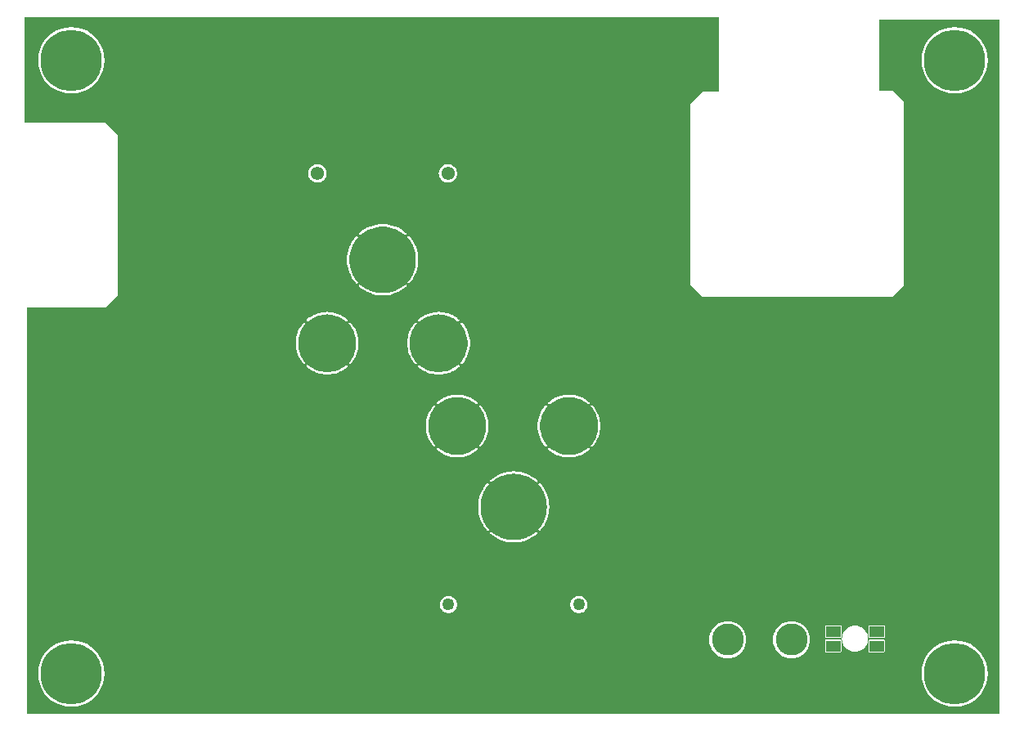
<source format=gtl>
G04 start of page 2 for group 0 idx 0 *
G04 Title: (unknown), 1top *
G04 Creator: pcb 20110918 *
G04 CreationDate: Thu May 15 21:16:40 2014 UTC *
G04 For: fosse *
G04 Format: Gerber/RS-274X *
G04 PCB-Dimensions: 550000 450000 *
G04 PCB-Coordinate-Origin: lower left *
%MOIN*%
%FSLAX25Y25*%
%LNTOP*%
%ADD25C,0.1150*%
%ADD24C,0.0945*%
%ADD23C,0.0354*%
%ADD22C,0.1090*%
%ADD21C,0.2100*%
%ADD20C,0.1160*%
%ADD19R,0.0433X0.0433*%
%ADD18R,0.0433X0.0433*%
%ADD17C,0.1300*%
%ADD16C,0.0494*%
%ADD15C,0.0544*%
%ADD14C,0.2500*%
%ADD13C,0.2350*%
%ADD12C,0.2700*%
%ADD11C,0.0001*%
G54D11*G36*
X252201Y211801D02*X252559Y210958D01*
X252929Y209811D01*
X253196Y208637D01*
X253356Y207443D01*
X253410Y206240D01*
X253356Y205037D01*
X253196Y203843D01*
X252929Y202669D01*
X252559Y201522D01*
X252201Y200679D01*
Y211801D01*
G37*
G36*
X273205Y243852D02*X273440Y243290D01*
X273753Y242305D01*
X273979Y241297D01*
X274115Y240272D01*
X274160Y239240D01*
X274115Y238208D01*
X273979Y237183D01*
X273753Y236175D01*
X273440Y235190D01*
X273205Y234628D01*
Y243852D01*
G37*
G36*
X419588Y405000D02*X438000D01*
Y122000D01*
X419588D01*
Y124798D01*
X419609Y124796D01*
X421727Y124963D01*
X423794Y125459D01*
X425757Y126272D01*
X427569Y127383D01*
X429184Y128763D01*
X430564Y130378D01*
X431675Y132190D01*
X432488Y134153D01*
X432984Y136220D01*
X433109Y138338D01*
X432984Y140456D01*
X432488Y142523D01*
X431675Y144486D01*
X430564Y146298D01*
X429184Y147913D01*
X427569Y149293D01*
X425757Y150404D01*
X423794Y151217D01*
X421727Y151713D01*
X419609Y151880D01*
X419588Y151878D01*
Y374798D01*
X419609Y374796D01*
X421727Y374963D01*
X423794Y375459D01*
X425757Y376272D01*
X427569Y377383D01*
X429184Y378763D01*
X430564Y380378D01*
X431675Y382190D01*
X432488Y384153D01*
X432984Y386220D01*
X433109Y388338D01*
X432984Y390456D01*
X432488Y392523D01*
X431675Y394486D01*
X430564Y396298D01*
X429184Y397913D01*
X427569Y399293D01*
X425757Y400404D01*
X423794Y401217D01*
X421727Y401713D01*
X419609Y401880D01*
X419588Y401878D01*
Y405000D01*
G37*
G36*
X387858Y292000D02*X394500D01*
X399000Y296500D01*
Y371500D01*
X394500Y376000D01*
X389000D01*
Y405000D01*
X419588D01*
Y401878D01*
X417491Y401713D01*
X415424Y401217D01*
X413461Y400404D01*
X411649Y399293D01*
X410034Y397913D01*
X408654Y396298D01*
X407543Y394486D01*
X406730Y392523D01*
X406234Y390456D01*
X406067Y388338D01*
X406234Y386220D01*
X406730Y384153D01*
X407543Y382190D01*
X408654Y380378D01*
X410034Y378763D01*
X411649Y377383D01*
X413461Y376272D01*
X415424Y375459D01*
X417491Y374963D01*
X419588Y374798D01*
Y151878D01*
X417491Y151713D01*
X415424Y151217D01*
X413461Y150404D01*
X411649Y149293D01*
X410034Y147913D01*
X408654Y146298D01*
X407543Y144486D01*
X406730Y142523D01*
X406234Y140456D01*
X406067Y138338D01*
X406234Y136220D01*
X406730Y134153D01*
X407543Y132190D01*
X408654Y130378D01*
X410034Y128763D01*
X411649Y127383D01*
X413461Y126272D01*
X415424Y125459D01*
X417491Y124963D01*
X419588Y124798D01*
Y122000D01*
X387858D01*
Y146990D01*
X390873Y146992D01*
X390933Y147006D01*
X390990Y147030D01*
X391043Y147062D01*
X391090Y147103D01*
X391131Y147150D01*
X391163Y147203D01*
X391187Y147260D01*
X391201Y147320D01*
X391205Y147382D01*
X391201Y151774D01*
X391187Y151834D01*
X391163Y151891D01*
X391131Y151944D01*
X391090Y151991D01*
X391043Y152032D01*
X390990Y152064D01*
X390933Y152088D01*
X390873Y152102D01*
X390811Y152106D01*
X387858Y152104D01*
Y152894D01*
X390873Y152896D01*
X390934Y152911D01*
X390991Y152934D01*
X391044Y152967D01*
X391091Y153007D01*
X391131Y153054D01*
X391164Y153107D01*
X391187Y153164D01*
X391202Y153225D01*
X391205Y153287D01*
X391202Y157679D01*
X391187Y157740D01*
X391164Y157797D01*
X391131Y157850D01*
X391091Y157897D01*
X391044Y157937D01*
X390991Y157970D01*
X390934Y157993D01*
X390873Y158008D01*
X390811Y158012D01*
X387858Y158010D01*
Y292000D01*
G37*
G36*
X378992D02*X387858D01*
Y158010D01*
X384845Y158008D01*
X384784Y157993D01*
X384727Y157970D01*
X384674Y157937D01*
X384627Y157897D01*
X384587Y157850D01*
X384554Y157797D01*
X384531Y157740D01*
X384516Y157679D01*
X384512Y157618D01*
X384516Y153225D01*
X384531Y153164D01*
X384554Y153107D01*
X384587Y153054D01*
X384627Y153007D01*
X384674Y152967D01*
X384727Y152934D01*
X384784Y152911D01*
X384845Y152896D01*
X384906Y152893D01*
X387858Y152894D01*
Y152104D01*
X384844Y152102D01*
X384784Y152088D01*
X384727Y152064D01*
X384674Y152032D01*
X384627Y151991D01*
X384586Y151944D01*
X384554Y151891D01*
X384530Y151834D01*
X384516Y151774D01*
X384512Y151712D01*
X384516Y147320D01*
X384530Y147260D01*
X384554Y147203D01*
X384586Y147150D01*
X384627Y147103D01*
X384674Y147062D01*
X384727Y147030D01*
X384784Y147006D01*
X384844Y146992D01*
X384906Y146988D01*
X387858Y146990D01*
Y122000D01*
X378992D01*
Y147172D01*
X379000Y147172D01*
X379834Y147237D01*
X380647Y147432D01*
X381419Y147752D01*
X382132Y148189D01*
X382768Y148732D01*
X383311Y149368D01*
X383748Y150081D01*
X384068Y150853D01*
X384263Y151666D01*
X384312Y152500D01*
X384263Y153334D01*
X384068Y154147D01*
X383748Y154919D01*
X383311Y155632D01*
X382768Y156268D01*
X382132Y156811D01*
X381419Y157248D01*
X380647Y157568D01*
X379834Y157763D01*
X379000Y157828D01*
X378992Y157828D01*
Y292000D01*
G37*
G36*
X370142D02*X378992D01*
Y157828D01*
X378166Y157763D01*
X377353Y157568D01*
X376581Y157248D01*
X375868Y156811D01*
X375232Y156268D01*
X374689Y155632D01*
X374252Y154919D01*
X373932Y154147D01*
X373737Y153334D01*
X373672Y152500D01*
X373737Y151666D01*
X373932Y150853D01*
X374252Y150081D01*
X374689Y149368D01*
X375232Y148732D01*
X375868Y148189D01*
X376581Y147752D01*
X377353Y147432D01*
X378166Y147237D01*
X378992Y147172D01*
Y122000D01*
X370142D01*
Y146990D01*
X373157Y146992D01*
X373217Y147006D01*
X373274Y147030D01*
X373327Y147062D01*
X373374Y147103D01*
X373415Y147150D01*
X373447Y147203D01*
X373471Y147260D01*
X373485Y147320D01*
X373489Y147382D01*
X373485Y151774D01*
X373471Y151834D01*
X373447Y151891D01*
X373415Y151944D01*
X373374Y151991D01*
X373327Y152032D01*
X373274Y152064D01*
X373217Y152088D01*
X373157Y152102D01*
X373095Y152106D01*
X370142Y152104D01*
Y152894D01*
X373157Y152896D01*
X373218Y152911D01*
X373275Y152934D01*
X373328Y152967D01*
X373375Y153007D01*
X373415Y153054D01*
X373448Y153107D01*
X373471Y153164D01*
X373486Y153225D01*
X373490Y153286D01*
X373486Y157679D01*
X373471Y157740D01*
X373448Y157797D01*
X373415Y157850D01*
X373375Y157897D01*
X373328Y157937D01*
X373275Y157970D01*
X373218Y157993D01*
X373157Y158008D01*
X373096Y158012D01*
X370142Y158010D01*
Y292000D01*
G37*
G36*
X353098D02*X370142D01*
Y158010D01*
X367127Y158008D01*
X367066Y157993D01*
X367009Y157970D01*
X366956Y157937D01*
X366909Y157897D01*
X366869Y157850D01*
X366836Y157797D01*
X366813Y157740D01*
X366798Y157679D01*
X366794Y157618D01*
X366798Y153225D01*
X366813Y153164D01*
X366836Y153107D01*
X366869Y153054D01*
X366909Y153007D01*
X366956Y152967D01*
X367009Y152934D01*
X367066Y152911D01*
X367127Y152896D01*
X367188Y152892D01*
X370142Y152894D01*
Y152104D01*
X367127Y152102D01*
X367067Y152088D01*
X367010Y152064D01*
X366957Y152032D01*
X366910Y151991D01*
X366869Y151944D01*
X366837Y151891D01*
X366813Y151834D01*
X366799Y151774D01*
X366795Y151712D01*
X366799Y147320D01*
X366813Y147260D01*
X366837Y147203D01*
X366869Y147150D01*
X366910Y147103D01*
X366957Y147062D01*
X367010Y147030D01*
X367067Y147006D01*
X367127Y146992D01*
X367189Y146988D01*
X370142Y146990D01*
Y122000D01*
X353098D01*
Y144566D01*
X353109Y144565D01*
X354286Y144657D01*
X355434Y144933D01*
X356524Y145385D01*
X357531Y146002D01*
X358429Y146768D01*
X359195Y147666D01*
X359812Y148673D01*
X359813Y148674D01*
X359813Y148675D01*
X360265Y149765D01*
X360541Y150913D01*
X360610Y152090D01*
X360541Y153267D01*
X360265Y154415D01*
X359813Y155505D01*
X359196Y156512D01*
X358430Y157410D01*
X357532Y158176D01*
X356525Y158793D01*
X355435Y159245D01*
X354287Y159521D01*
X353110Y159613D01*
X353098Y159612D01*
Y292000D01*
G37*
G36*
X327098D02*X353098D01*
Y159612D01*
X351933Y159521D01*
X350785Y159245D01*
X349695Y158793D01*
X348688Y158176D01*
X347790Y157410D01*
X347024Y156512D01*
X346407Y155505D01*
X346406Y155504D01*
X346406Y155503D01*
X345954Y154413D01*
X345678Y153265D01*
X345586Y152088D01*
X345678Y150911D01*
X345954Y149763D01*
X346406Y148673D01*
X347023Y147666D01*
X347789Y146768D01*
X348687Y146002D01*
X349694Y145385D01*
X350784Y144933D01*
X351932Y144657D01*
X353098Y144566D01*
Y122000D01*
X327098D01*
Y144566D01*
X327109Y144565D01*
X328286Y144657D01*
X329434Y144933D01*
X330524Y145385D01*
X331531Y146002D01*
X332429Y146768D01*
X333195Y147666D01*
X333812Y148673D01*
X333813Y148674D01*
X333813Y148675D01*
X334265Y149765D01*
X334541Y150913D01*
X334610Y152090D01*
X334541Y153267D01*
X334265Y154415D01*
X333813Y155505D01*
X333196Y156512D01*
X332430Y157410D01*
X331532Y158176D01*
X330525Y158793D01*
X329435Y159245D01*
X328287Y159521D01*
X327110Y159613D01*
X327098Y159612D01*
Y292000D01*
G37*
G36*
X273205Y406000D02*X323500D01*
Y375500D01*
X317000D01*
X312000Y370500D01*
Y297000D01*
X317000Y292000D01*
X327098D01*
Y159612D01*
X325933Y159521D01*
X324785Y159245D01*
X323695Y158793D01*
X322688Y158176D01*
X321790Y157410D01*
X321024Y156512D01*
X320407Y155505D01*
X320406Y155504D01*
X320406Y155503D01*
X319954Y154413D01*
X319678Y153265D01*
X319586Y152088D01*
X319678Y150911D01*
X319954Y149763D01*
X320406Y148673D01*
X321023Y147666D01*
X321789Y146768D01*
X322687Y146002D01*
X323694Y145385D01*
X324784Y144933D01*
X325932Y144657D01*
X327098Y144566D01*
Y122000D01*
X273205D01*
Y232454D01*
X273435Y232812D01*
X273958Y233806D01*
X274390Y234841D01*
X274730Y235911D01*
X274975Y237006D01*
X275123Y238119D01*
X275172Y239240D01*
X275123Y240361D01*
X274975Y241474D01*
X274730Y242569D01*
X274390Y243639D01*
X273958Y244674D01*
X273435Y245668D01*
X273205Y246026D01*
Y406000D01*
G37*
G36*
X266480D02*X273205D01*
Y246026D01*
X272828Y246612D01*
X272140Y247498D01*
X272084Y247556D01*
X272019Y247603D01*
X271947Y247640D01*
X271871Y247665D01*
X271791Y247678D01*
X271711Y247678D01*
X271631Y247666D01*
X271555Y247641D01*
X271483Y247605D01*
X271418Y247558D01*
X271361Y247501D01*
X271313Y247436D01*
X271276Y247365D01*
X271251Y247288D01*
X271238Y247209D01*
X271238Y247128D01*
X271250Y247049D01*
X271275Y246972D01*
X271311Y246900D01*
X271360Y246836D01*
X272002Y246027D01*
X272561Y245158D01*
X273042Y244243D01*
X273205Y243852D01*
Y234628D01*
X273042Y234237D01*
X272561Y233322D01*
X272002Y232453D01*
X271368Y231637D01*
X271321Y231574D01*
X271286Y231504D01*
X271262Y231429D01*
X271249Y231351D01*
X271250Y231272D01*
X271262Y231195D01*
X271287Y231120D01*
X271323Y231050D01*
X271369Y230986D01*
X271425Y230931D01*
X271489Y230885D01*
X271559Y230849D01*
X271634Y230825D01*
X271712Y230813D01*
X271790Y230813D01*
X271868Y230826D01*
X271943Y230850D01*
X272013Y230886D01*
X272076Y230933D01*
X272131Y230990D01*
X272828Y231868D01*
X273205Y232454D01*
Y122000D01*
X266480D01*
Y162962D01*
X266485Y162962D01*
X267030Y163005D01*
X267561Y163132D01*
X268066Y163341D01*
X268532Y163627D01*
X268947Y163982D01*
X269302Y164397D01*
X269588Y164863D01*
X269797Y165368D01*
X269924Y165899D01*
X269956Y166444D01*
X269924Y166989D01*
X269797Y167520D01*
X269588Y168025D01*
X269302Y168491D01*
X268947Y168906D01*
X268532Y169261D01*
X268066Y169547D01*
X267561Y169756D01*
X267030Y169883D01*
X266485Y169926D01*
X266480Y169926D01*
Y227155D01*
X266809Y227260D01*
X267844Y227692D01*
X268838Y228215D01*
X269782Y228822D01*
X270668Y229510D01*
X270726Y229566D01*
X270773Y229631D01*
X270810Y229703D01*
X270835Y229779D01*
X270848Y229859D01*
X270848Y229939D01*
X270836Y230019D01*
X270811Y230095D01*
X270775Y230167D01*
X270728Y230232D01*
X270671Y230289D01*
X270606Y230337D01*
X270535Y230374D01*
X270458Y230399D01*
X270379Y230412D01*
X270298Y230412D01*
X270219Y230400D01*
X270142Y230375D01*
X270070Y230339D01*
X270006Y230290D01*
X269197Y229648D01*
X268328Y229089D01*
X267413Y228608D01*
X266480Y228218D01*
Y250262D01*
X267413Y249872D01*
X268328Y249391D01*
X269197Y248832D01*
X270013Y248198D01*
X270076Y248151D01*
X270146Y248116D01*
X270221Y248092D01*
X270299Y248079D01*
X270378Y248080D01*
X270455Y248092D01*
X270530Y248117D01*
X270600Y248153D01*
X270664Y248199D01*
X270719Y248255D01*
X270765Y248319D01*
X270801Y248389D01*
X270825Y248464D01*
X270837Y248542D01*
X270837Y248620D01*
X270824Y248698D01*
X270800Y248773D01*
X270764Y248843D01*
X270717Y248906D01*
X270660Y248961D01*
X269782Y249658D01*
X268838Y250265D01*
X267844Y250788D01*
X266809Y251220D01*
X266480Y251325D01*
Y406000D01*
G37*
G36*
Y228218D02*X266460Y228210D01*
X265475Y227897D01*
X264467Y227671D01*
X263442Y227535D01*
X262416Y227490D01*
Y250990D01*
X263442Y250945D01*
X264467Y250809D01*
X265475Y250583D01*
X266460Y250270D01*
X266480Y250262D01*
Y228218D01*
G37*
G36*
Y122000D02*X262416D01*
Y226478D01*
X263531Y226527D01*
X264644Y226675D01*
X265739Y226920D01*
X266480Y227155D01*
Y169926D01*
X265940Y169883D01*
X265409Y169756D01*
X264904Y169547D01*
X264438Y169261D01*
X264023Y168906D01*
X263668Y168491D01*
X263382Y168025D01*
X263173Y167520D01*
X263046Y166989D01*
X263003Y166444D01*
X263046Y165899D01*
X263173Y165368D01*
X263382Y164863D01*
X263668Y164397D01*
X264023Y163982D01*
X264438Y163627D01*
X264904Y163341D01*
X265409Y163132D01*
X265940Y163005D01*
X266480Y162962D01*
Y122000D01*
G37*
G36*
X262416Y406000D02*X266480D01*
Y251325D01*
X265739Y251560D01*
X264644Y251805D01*
X263531Y251953D01*
X262416Y252002D01*
Y406000D01*
G37*
G36*
X252201D02*X262416D01*
Y252002D01*
X262410Y252002D01*
X261289Y251953D01*
X260176Y251805D01*
X259081Y251560D01*
X258011Y251220D01*
X256976Y250788D01*
X255982Y250265D01*
X255038Y249658D01*
X254152Y248970D01*
X254094Y248914D01*
X254047Y248849D01*
X254010Y248777D01*
X253985Y248701D01*
X253972Y248621D01*
X253972Y248541D01*
X253984Y248461D01*
X254009Y248385D01*
X254045Y248313D01*
X254092Y248248D01*
X254149Y248191D01*
X254214Y248143D01*
X254285Y248106D01*
X254362Y248081D01*
X254441Y248068D01*
X254522Y248068D01*
X254601Y248080D01*
X254678Y248105D01*
X254750Y248141D01*
X254814Y248190D01*
X255623Y248832D01*
X256492Y249391D01*
X257407Y249872D01*
X258360Y250270D01*
X259345Y250583D01*
X260353Y250809D01*
X261378Y250945D01*
X262410Y250990D01*
X262416Y250990D01*
Y227490D01*
X262410Y227490D01*
X261378Y227535D01*
X260353Y227671D01*
X259345Y227897D01*
X258360Y228210D01*
X257407Y228608D01*
X256492Y229089D01*
X255623Y229648D01*
X254807Y230282D01*
X254744Y230329D01*
X254674Y230364D01*
X254599Y230389D01*
X254521Y230401D01*
X254442Y230400D01*
X254365Y230388D01*
X254290Y230363D01*
X254220Y230327D01*
X254156Y230281D01*
X254101Y230225D01*
X254055Y230161D01*
X254019Y230091D01*
X253995Y230016D01*
X253983Y229938D01*
X253983Y229860D01*
X253996Y229782D01*
X254020Y229707D01*
X254056Y229637D01*
X254103Y229574D01*
X254160Y229519D01*
X255038Y228822D01*
X255982Y228215D01*
X256976Y227692D01*
X258011Y227260D01*
X259081Y226920D01*
X260176Y226675D01*
X261289Y226527D01*
X262410Y226478D01*
X262416Y226478D01*
Y122000D01*
X252201D01*
Y198541D01*
X252393Y198834D01*
X253003Y199976D01*
X253509Y201168D01*
X253907Y202400D01*
X254194Y203663D01*
X254367Y204946D01*
X254424Y206240D01*
X254367Y207534D01*
X254194Y208817D01*
X253907Y210080D01*
X253509Y211312D01*
X253003Y212504D01*
X252393Y213646D01*
X252201Y213939D01*
Y231599D01*
X252680Y230982D01*
X252736Y230924D01*
X252801Y230877D01*
X252873Y230840D01*
X252949Y230815D01*
X253029Y230802D01*
X253109Y230802D01*
X253189Y230814D01*
X253265Y230839D01*
X253337Y230875D01*
X253402Y230922D01*
X253459Y230979D01*
X253507Y231044D01*
X253544Y231115D01*
X253569Y231192D01*
X253582Y231271D01*
X253582Y231352D01*
X253570Y231431D01*
X253545Y231508D01*
X253509Y231580D01*
X253460Y231644D01*
X252818Y232453D01*
X252259Y233322D01*
X252201Y233433D01*
Y245047D01*
X252259Y245158D01*
X252818Y246027D01*
X253452Y246843D01*
X253499Y246906D01*
X253534Y246976D01*
X253558Y247051D01*
X253571Y247129D01*
X253570Y247208D01*
X253558Y247285D01*
X253533Y247360D01*
X253497Y247430D01*
X253451Y247494D01*
X253395Y247549D01*
X253331Y247595D01*
X253261Y247631D01*
X253186Y247655D01*
X253108Y247667D01*
X253030Y247667D01*
X252952Y247654D01*
X252877Y247630D01*
X252807Y247594D01*
X252744Y247547D01*
X252689Y247490D01*
X252201Y246875D01*
Y406000D01*
G37*
G36*
Y233433D02*X251778Y234237D01*
X251380Y235190D01*
X251067Y236175D01*
X250841Y237183D01*
X250705Y238208D01*
X250660Y239240D01*
X250705Y240272D01*
X250841Y241297D01*
X251067Y242305D01*
X251380Y243290D01*
X251778Y244243D01*
X252201Y245047D01*
Y233433D01*
G37*
G36*
X239917Y406000D02*X252201D01*
Y246875D01*
X251992Y246612D01*
X251385Y245668D01*
X250862Y244674D01*
X250430Y243639D01*
X250090Y242569D01*
X249845Y241474D01*
X249697Y240361D01*
X249648Y239240D01*
X249697Y238119D01*
X249845Y237006D01*
X250090Y235911D01*
X250430Y234841D01*
X250862Y233806D01*
X251385Y232812D01*
X251992Y231868D01*
X252201Y231599D01*
Y213939D01*
X251683Y214729D01*
X250880Y215745D01*
X250822Y215802D01*
X250757Y215849D01*
X250684Y215885D01*
X250607Y215909D01*
X250528Y215921D01*
X250447Y215921D01*
X250367Y215908D01*
X250290Y215882D01*
X250219Y215845D01*
X250154Y215797D01*
X250097Y215739D01*
X250050Y215674D01*
X250014Y215601D01*
X249989Y215524D01*
X249977Y215445D01*
X249978Y215364D01*
X249991Y215284D01*
X250016Y215207D01*
X250054Y215136D01*
X250103Y215072D01*
X250860Y214136D01*
X251520Y213128D01*
X252088Y212066D01*
X252201Y211801D01*
Y200679D01*
X252088Y200414D01*
X251520Y199352D01*
X250860Y198344D01*
X250113Y197400D01*
X250065Y197337D01*
X250029Y197267D01*
X250004Y197193D01*
X249991Y197115D01*
X249991Y197036D01*
X250002Y196959D01*
X250026Y196884D01*
X250061Y196813D01*
X250107Y196749D01*
X250162Y196693D01*
X250226Y196647D01*
X250296Y196610D01*
X250370Y196585D01*
X250448Y196573D01*
X250527Y196572D01*
X250604Y196584D01*
X250679Y196608D01*
X250750Y196643D01*
X250814Y196689D01*
X250869Y196745D01*
X251683Y197751D01*
X252201Y198541D01*
Y122000D01*
X239917D01*
Y191726D01*
X241204Y191783D01*
X242487Y191956D01*
X243750Y192243D01*
X244982Y192641D01*
X246174Y193147D01*
X247316Y193757D01*
X248399Y194467D01*
X249415Y195270D01*
X249472Y195328D01*
X249519Y195393D01*
X249555Y195466D01*
X249579Y195543D01*
X249591Y195622D01*
X249591Y195703D01*
X249578Y195783D01*
X249552Y195860D01*
X249515Y195931D01*
X249467Y195996D01*
X249409Y196053D01*
X249344Y196100D01*
X249271Y196136D01*
X249194Y196161D01*
X249114Y196173D01*
X249034Y196172D01*
X248954Y196159D01*
X248877Y196134D01*
X248806Y196096D01*
X248742Y196047D01*
X247806Y195290D01*
X246798Y194630D01*
X245736Y194062D01*
X244628Y193591D01*
X243481Y193221D01*
X242307Y192954D01*
X241113Y192794D01*
X239917Y192740D01*
Y219740D01*
X241113Y219686D01*
X242307Y219526D01*
X243481Y219259D01*
X244628Y218889D01*
X245736Y218418D01*
X246798Y217850D01*
X247806Y217190D01*
X248750Y216443D01*
X248813Y216395D01*
X248883Y216359D01*
X248957Y216334D01*
X249035Y216321D01*
X249114Y216321D01*
X249191Y216332D01*
X249266Y216356D01*
X249337Y216391D01*
X249401Y216437D01*
X249457Y216492D01*
X249503Y216556D01*
X249540Y216626D01*
X249565Y216700D01*
X249577Y216778D01*
X249578Y216857D01*
X249566Y216934D01*
X249542Y217009D01*
X249507Y217080D01*
X249461Y217144D01*
X249405Y217199D01*
X248399Y218013D01*
X247316Y218723D01*
X246174Y219333D01*
X244982Y219839D01*
X243750Y220237D01*
X242487Y220524D01*
X241204Y220697D01*
X239917Y220754D01*
Y406000D01*
G37*
G36*
X227619Y244057D02*X227940Y243290D01*
X228253Y242305D01*
X228479Y241297D01*
X228615Y240272D01*
X228660Y239240D01*
X228615Y238208D01*
X228479Y237183D01*
X228253Y236175D01*
X227940Y235190D01*
X227619Y234423D01*
Y244057D01*
G37*
G36*
Y406000D02*X239917D01*
Y220754D01*
X239910Y220754D01*
X238616Y220697D01*
X237333Y220524D01*
X236070Y220237D01*
X234838Y219839D01*
X233646Y219333D01*
X232504Y218723D01*
X231421Y218013D01*
X230405Y217210D01*
X230348Y217152D01*
X230301Y217087D01*
X230265Y217014D01*
X230241Y216937D01*
X230229Y216858D01*
X230229Y216777D01*
X230242Y216697D01*
X230268Y216620D01*
X230305Y216549D01*
X230353Y216484D01*
X230411Y216427D01*
X230476Y216380D01*
X230549Y216344D01*
X230626Y216319D01*
X230705Y216307D01*
X230786Y216308D01*
X230866Y216321D01*
X230943Y216346D01*
X231014Y216384D01*
X231078Y216433D01*
X232014Y217190D01*
X233022Y217850D01*
X234084Y218418D01*
X235192Y218889D01*
X236339Y219259D01*
X237513Y219526D01*
X238707Y219686D01*
X239910Y219740D01*
X239917Y219740D01*
Y192740D01*
X239910Y192740D01*
X238707Y192794D01*
X237513Y192954D01*
X236339Y193221D01*
X235192Y193591D01*
X234084Y194062D01*
X233022Y194630D01*
X232014Y195290D01*
X231070Y196037D01*
X231007Y196085D01*
X230937Y196121D01*
X230863Y196146D01*
X230785Y196159D01*
X230706Y196159D01*
X230629Y196148D01*
X230554Y196124D01*
X230483Y196089D01*
X230419Y196043D01*
X230363Y195988D01*
X230317Y195924D01*
X230280Y195854D01*
X230255Y195780D01*
X230243Y195702D01*
X230242Y195623D01*
X230254Y195546D01*
X230278Y195471D01*
X230313Y195400D01*
X230359Y195336D01*
X230415Y195281D01*
X231421Y194467D01*
X232504Y193757D01*
X233646Y193147D01*
X234838Y192641D01*
X236070Y192243D01*
X237333Y191956D01*
X238616Y191783D01*
X239910Y191726D01*
X239917Y191726D01*
Y122000D01*
X227619D01*
Y198541D01*
X228137Y197751D01*
X228940Y196735D01*
X228998Y196678D01*
X229063Y196631D01*
X229136Y196595D01*
X229213Y196571D01*
X229292Y196559D01*
X229373Y196559D01*
X229453Y196572D01*
X229530Y196598D01*
X229601Y196635D01*
X229666Y196683D01*
X229723Y196741D01*
X229770Y196806D01*
X229806Y196879D01*
X229831Y196956D01*
X229843Y197036D01*
X229842Y197116D01*
X229829Y197196D01*
X229804Y197273D01*
X229766Y197344D01*
X229717Y197408D01*
X228960Y198344D01*
X228300Y199352D01*
X227732Y200414D01*
X227619Y200679D01*
Y211801D01*
X227732Y212066D01*
X228300Y213128D01*
X228960Y214136D01*
X229707Y215080D01*
X229755Y215143D01*
X229791Y215213D01*
X229816Y215287D01*
X229829Y215365D01*
X229829Y215444D01*
X229818Y215521D01*
X229794Y215596D01*
X229759Y215667D01*
X229713Y215731D01*
X229658Y215787D01*
X229594Y215833D01*
X229524Y215870D01*
X229450Y215895D01*
X229372Y215907D01*
X229293Y215908D01*
X229216Y215896D01*
X229141Y215872D01*
X229070Y215837D01*
X229006Y215791D01*
X228951Y215735D01*
X228137Y214729D01*
X227619Y213939D01*
Y232321D01*
X227935Y232812D01*
X228458Y233806D01*
X228890Y234841D01*
X229230Y235911D01*
X229475Y237006D01*
X229623Y238119D01*
X229672Y239240D01*
X229623Y240361D01*
X229475Y241474D01*
X229230Y242569D01*
X228890Y243639D01*
X228458Y244674D01*
X227935Y245668D01*
X227619Y246159D01*
Y406000D01*
G37*
G36*
Y200679D02*X227261Y201522D01*
X226891Y202669D01*
X226624Y203843D01*
X226464Y205037D01*
X226410Y206240D01*
X226464Y207443D01*
X226624Y208637D01*
X226891Y209811D01*
X227261Y210958D01*
X227619Y211801D01*
Y200679D01*
G37*
G36*
X198791Y312561D02*X199149Y311718D01*
X199519Y310571D01*
X199786Y309397D01*
X199946Y308203D01*
X200000Y307000D01*
X199946Y305797D01*
X199786Y304603D01*
X199519Y303429D01*
X199149Y302282D01*
X198791Y301439D01*
Y312561D01*
G37*
G36*
X220145Y277612D02*X220380Y277050D01*
X220693Y276065D01*
X220919Y275057D01*
X221055Y274032D01*
X221100Y273000D01*
X221055Y271968D01*
X220919Y270943D01*
X220693Y269935D01*
X220380Y268950D01*
X220145Y268388D01*
Y277612D01*
G37*
G36*
Y406000D02*X227619D01*
Y246159D01*
X227328Y246612D01*
X226640Y247498D01*
X226584Y247556D01*
X226519Y247603D01*
X226447Y247640D01*
X226371Y247665D01*
X226291Y247678D01*
X226211Y247678D01*
X226131Y247666D01*
X226055Y247641D01*
X225983Y247605D01*
X225918Y247558D01*
X225861Y247501D01*
X225813Y247436D01*
X225776Y247365D01*
X225751Y247288D01*
X225738Y247209D01*
X225738Y247128D01*
X225750Y247049D01*
X225775Y246972D01*
X225811Y246900D01*
X225860Y246836D01*
X226502Y246027D01*
X227061Y245158D01*
X227542Y244243D01*
X227619Y244057D01*
Y234423D01*
X227542Y234237D01*
X227061Y233322D01*
X226502Y232453D01*
X225868Y231637D01*
X225821Y231574D01*
X225786Y231504D01*
X225761Y231429D01*
X225749Y231351D01*
X225750Y231272D01*
X225762Y231195D01*
X225787Y231120D01*
X225823Y231050D01*
X225869Y230986D01*
X225925Y230931D01*
X225989Y230885D01*
X226059Y230849D01*
X226134Y230825D01*
X226212Y230813D01*
X226290Y230813D01*
X226368Y230826D01*
X226443Y230850D01*
X226513Y230886D01*
X226576Y230933D01*
X226631Y230990D01*
X227328Y231868D01*
X227619Y232321D01*
Y213939D01*
X227427Y213646D01*
X226817Y212504D01*
X226311Y211312D01*
X225913Y210080D01*
X225626Y208817D01*
X225453Y207534D01*
X225396Y206240D01*
X225453Y204946D01*
X225626Y203663D01*
X225913Y202400D01*
X226311Y201168D01*
X226817Y199976D01*
X227427Y198834D01*
X227619Y198541D01*
Y122000D01*
X220145D01*
Y226899D01*
X220239Y226920D01*
X221309Y227260D01*
X222344Y227692D01*
X223338Y228215D01*
X224282Y228822D01*
X225168Y229510D01*
X225226Y229566D01*
X225273Y229631D01*
X225310Y229703D01*
X225335Y229779D01*
X225348Y229859D01*
X225348Y229939D01*
X225336Y230019D01*
X225311Y230095D01*
X225275Y230167D01*
X225228Y230232D01*
X225171Y230289D01*
X225106Y230337D01*
X225035Y230374D01*
X224958Y230399D01*
X224879Y230412D01*
X224798Y230412D01*
X224719Y230400D01*
X224642Y230375D01*
X224570Y230339D01*
X224506Y230290D01*
X223697Y229648D01*
X222828Y229089D01*
X221913Y228608D01*
X220960Y228210D01*
X220145Y227951D01*
Y250529D01*
X220960Y250270D01*
X221913Y249872D01*
X222828Y249391D01*
X223697Y248832D01*
X224513Y248198D01*
X224576Y248151D01*
X224646Y248116D01*
X224721Y248092D01*
X224799Y248079D01*
X224878Y248080D01*
X224955Y248092D01*
X225030Y248117D01*
X225100Y248153D01*
X225164Y248199D01*
X225219Y248255D01*
X225265Y248319D01*
X225301Y248389D01*
X225325Y248464D01*
X225337Y248542D01*
X225337Y248620D01*
X225324Y248698D01*
X225300Y248773D01*
X225264Y248843D01*
X225217Y248906D01*
X225160Y248961D01*
X224282Y249658D01*
X223338Y250265D01*
X222344Y250788D01*
X221309Y251220D01*
X220239Y251560D01*
X220145Y251581D01*
Y266214D01*
X220375Y266572D01*
X220898Y267566D01*
X221330Y268601D01*
X221670Y269671D01*
X221915Y270766D01*
X222063Y271879D01*
X222112Y273000D01*
X222063Y274121D01*
X221915Y275234D01*
X221670Y276329D01*
X221330Y277399D01*
X220898Y278434D01*
X220375Y279428D01*
X220145Y279786D01*
Y406000D01*
G37*
G36*
Y227951D02*X219975Y227897D01*
X218967Y227671D01*
X217942Y227535D01*
X216916Y227490D01*
Y250990D01*
X217942Y250945D01*
X218967Y250809D01*
X219975Y250583D01*
X220145Y250529D01*
Y227951D01*
G37*
G36*
Y122000D02*X216916D01*
Y226478D01*
X218031Y226527D01*
X219144Y226675D01*
X220145Y226899D01*
Y122000D01*
G37*
G36*
X216916Y406000D02*X220145D01*
Y279786D01*
X219768Y280372D01*
X219080Y281258D01*
X219024Y281316D01*
X218959Y281363D01*
X218887Y281400D01*
X218811Y281425D01*
X218731Y281438D01*
X218651Y281438D01*
X218571Y281426D01*
X218495Y281401D01*
X218423Y281365D01*
X218358Y281318D01*
X218301Y281261D01*
X218253Y281196D01*
X218216Y281125D01*
X218191Y281048D01*
X218178Y280969D01*
X218178Y280888D01*
X218190Y280809D01*
X218215Y280732D01*
X218251Y280660D01*
X218300Y280596D01*
X218942Y279787D01*
X219501Y278918D01*
X219982Y278003D01*
X220145Y277612D01*
Y268388D01*
X219982Y267997D01*
X219501Y267082D01*
X218942Y266213D01*
X218308Y265397D01*
X218261Y265334D01*
X218226Y265264D01*
X218202Y265189D01*
X218189Y265111D01*
X218190Y265032D01*
X218202Y264955D01*
X218227Y264880D01*
X218263Y264810D01*
X218309Y264746D01*
X218365Y264691D01*
X218429Y264645D01*
X218499Y264609D01*
X218574Y264585D01*
X218652Y264573D01*
X218730Y264573D01*
X218808Y264586D01*
X218883Y264610D01*
X218953Y264646D01*
X219016Y264693D01*
X219071Y264750D01*
X219768Y265628D01*
X220145Y266214D01*
Y251581D01*
X219144Y251805D01*
X218031Y251953D01*
X216916Y252002D01*
Y262732D01*
X217608Y263270D01*
X217666Y263326D01*
X217713Y263391D01*
X217750Y263463D01*
X217775Y263539D01*
X217788Y263619D01*
X217788Y263699D01*
X217776Y263779D01*
X217751Y263855D01*
X217715Y263927D01*
X217668Y263992D01*
X217611Y264049D01*
X217546Y264097D01*
X217475Y264134D01*
X217398Y264159D01*
X217319Y264172D01*
X217238Y264172D01*
X217159Y264160D01*
X217082Y264135D01*
X217010Y264099D01*
X216946Y264050D01*
X216916Y264026D01*
Y281988D01*
X216953Y281958D01*
X217016Y281911D01*
X217086Y281876D01*
X217161Y281852D01*
X217239Y281839D01*
X217318Y281840D01*
X217395Y281852D01*
X217470Y281877D01*
X217540Y281913D01*
X217604Y281959D01*
X217659Y282015D01*
X217705Y282079D01*
X217741Y282149D01*
X217765Y282224D01*
X217777Y282302D01*
X217777Y282380D01*
X217764Y282458D01*
X217740Y282533D01*
X217704Y282603D01*
X217657Y282666D01*
X217600Y282721D01*
X216916Y283264D01*
Y406000D01*
G37*
G36*
X213330Y226999D02*X213581Y226920D01*
X214676Y226675D01*
X215789Y226527D01*
X216910Y226478D01*
X216916Y226478D01*
Y122000D01*
X213330D01*
Y162962D01*
X213335Y162962D01*
X213880Y163005D01*
X214411Y163132D01*
X214916Y163341D01*
X215382Y163627D01*
X215797Y163982D01*
X216152Y164397D01*
X216438Y164863D01*
X216647Y165368D01*
X216774Y165899D01*
X216806Y166444D01*
X216774Y166989D01*
X216647Y167520D01*
X216438Y168025D01*
X216152Y168491D01*
X215797Y168906D01*
X215382Y169261D01*
X214916Y169547D01*
X214411Y169756D01*
X213880Y169883D01*
X213335Y169926D01*
X213330Y169926D01*
Y226999D01*
G37*
G36*
Y250419D02*X213845Y250583D01*
X214853Y250809D01*
X215878Y250945D01*
X216910Y250990D01*
X216916Y250990D01*
Y227490D01*
X216910Y227490D01*
X215878Y227535D01*
X214853Y227671D01*
X213845Y227897D01*
X213330Y228061D01*
Y250419D01*
G37*
G36*
Y260886D02*X213749Y261020D01*
X214784Y261452D01*
X215778Y261975D01*
X216722Y262582D01*
X216916Y262732D01*
Y252002D01*
X216910Y252002D01*
X215789Y251953D01*
X214676Y251805D01*
X213581Y251560D01*
X213330Y251481D01*
Y260886D01*
G37*
G36*
X206115Y260659D02*X207116Y260435D01*
X208229Y260287D01*
X209350Y260238D01*
X210471Y260287D01*
X211584Y260435D01*
X212679Y260680D01*
X213330Y260886D01*
Y251481D01*
X212511Y251220D01*
X211476Y250788D01*
X210482Y250265D01*
X209538Y249658D01*
X208652Y248970D01*
X208594Y248914D01*
X208547Y248849D01*
X208510Y248777D01*
X208485Y248701D01*
X208472Y248621D01*
X208472Y248541D01*
X208484Y248461D01*
X208509Y248385D01*
X208545Y248313D01*
X208592Y248248D01*
X208649Y248191D01*
X208714Y248143D01*
X208785Y248106D01*
X208862Y248081D01*
X208941Y248068D01*
X209022Y248068D01*
X209101Y248080D01*
X209178Y248105D01*
X209250Y248141D01*
X209314Y248190D01*
X210123Y248832D01*
X210992Y249391D01*
X211907Y249872D01*
X212860Y250270D01*
X213330Y250419D01*
Y228061D01*
X212860Y228210D01*
X211907Y228608D01*
X210992Y229089D01*
X210123Y229648D01*
X209307Y230282D01*
X209244Y230329D01*
X209174Y230364D01*
X209099Y230389D01*
X209021Y230401D01*
X208942Y230400D01*
X208865Y230388D01*
X208790Y230363D01*
X208720Y230327D01*
X208656Y230281D01*
X208601Y230225D01*
X208555Y230161D01*
X208519Y230091D01*
X208495Y230016D01*
X208483Y229938D01*
X208483Y229860D01*
X208496Y229782D01*
X208520Y229707D01*
X208556Y229637D01*
X208603Y229574D01*
X208660Y229519D01*
X209538Y228822D01*
X210482Y228215D01*
X211476Y227692D01*
X212511Y227260D01*
X213330Y226999D01*
Y169926D01*
X212790Y169883D01*
X212259Y169756D01*
X211754Y169547D01*
X211288Y169261D01*
X210873Y168906D01*
X210518Y168491D01*
X210232Y168025D01*
X210023Y167520D01*
X209896Y166989D01*
X209853Y166444D01*
X209896Y165899D01*
X210023Y165368D01*
X210232Y164863D01*
X210518Y164397D01*
X210873Y163982D01*
X211288Y163627D01*
X211754Y163341D01*
X212259Y163132D01*
X212790Y163005D01*
X213330Y162962D01*
Y122000D01*
X206115D01*
Y232454D01*
X206492Y231868D01*
X207180Y230982D01*
X207236Y230924D01*
X207301Y230877D01*
X207373Y230840D01*
X207449Y230815D01*
X207529Y230802D01*
X207609Y230802D01*
X207689Y230814D01*
X207765Y230839D01*
X207837Y230875D01*
X207902Y230922D01*
X207959Y230979D01*
X208007Y231044D01*
X208044Y231115D01*
X208069Y231192D01*
X208082Y231271D01*
X208082Y231352D01*
X208070Y231431D01*
X208045Y231508D01*
X208009Y231580D01*
X207960Y231644D01*
X207318Y232453D01*
X206759Y233322D01*
X206278Y234237D01*
X206115Y234628D01*
Y243852D01*
X206278Y244243D01*
X206759Y245158D01*
X207318Y246027D01*
X207952Y246843D01*
X207999Y246906D01*
X208034Y246976D01*
X208058Y247051D01*
X208071Y247129D01*
X208070Y247208D01*
X208058Y247285D01*
X208033Y247360D01*
X207997Y247430D01*
X207951Y247494D01*
X207895Y247549D01*
X207831Y247595D01*
X207761Y247631D01*
X207686Y247655D01*
X207608Y247667D01*
X207530Y247667D01*
X207452Y247654D01*
X207377Y247630D01*
X207307Y247594D01*
X207244Y247547D01*
X207189Y247490D01*
X206492Y246612D01*
X206115Y246026D01*
Y260659D01*
G37*
G36*
Y284289D02*X206285Y284343D01*
X207293Y284569D01*
X208318Y284705D01*
X209350Y284750D01*
X210382Y284705D01*
X211407Y284569D01*
X212415Y284343D01*
X213400Y284030D01*
X214353Y283632D01*
X215268Y283151D01*
X216137Y282592D01*
X216916Y281988D01*
Y264026D01*
X216137Y263408D01*
X215268Y262849D01*
X214353Y262368D01*
X213400Y261970D01*
X212415Y261657D01*
X211407Y261431D01*
X210382Y261295D01*
X209350Y261250D01*
X208318Y261295D01*
X207293Y261431D01*
X206285Y261657D01*
X206115Y261711D01*
Y284289D01*
G37*
G36*
X213070Y406000D02*X216916D01*
Y283264D01*
X216722Y283418D01*
X215778Y284025D01*
X214784Y284548D01*
X213749Y284980D01*
X213070Y285196D01*
Y338473D01*
X213076Y338473D01*
X213660Y338519D01*
X214230Y338656D01*
X214771Y338880D01*
X215270Y339186D01*
X215716Y339566D01*
X216096Y340012D01*
X216402Y340511D01*
X216626Y341052D01*
X216763Y341622D01*
X216798Y342206D01*
X216763Y342790D01*
X216626Y343360D01*
X216402Y343901D01*
X216096Y344400D01*
X215716Y344846D01*
X215270Y345226D01*
X214771Y345532D01*
X214230Y345756D01*
X213660Y345893D01*
X213076Y345939D01*
X213070Y345939D01*
Y406000D01*
G37*
G36*
X206115D02*X213070D01*
Y345939D01*
X212492Y345893D01*
X211922Y345756D01*
X211381Y345532D01*
X210882Y345226D01*
X210436Y344846D01*
X210056Y344400D01*
X209750Y343901D01*
X209526Y343360D01*
X209389Y342790D01*
X209343Y342206D01*
X209389Y341622D01*
X209526Y341052D01*
X209750Y340511D01*
X210056Y340012D01*
X210436Y339566D01*
X210882Y339186D01*
X211381Y338880D01*
X211922Y338656D01*
X212492Y338519D01*
X213070Y338473D01*
Y285196D01*
X212679Y285320D01*
X211584Y285565D01*
X210471Y285713D01*
X209350Y285762D01*
X208229Y285713D01*
X207116Y285565D01*
X206115Y285341D01*
Y406000D01*
G37*
G36*
Y234628D02*X205880Y235190D01*
X205567Y236175D01*
X205341Y237183D01*
X205205Y238208D01*
X205160Y239240D01*
X205205Y240272D01*
X205341Y241297D01*
X205567Y242305D01*
X205880Y243290D01*
X206115Y243852D01*
Y234628D01*
G37*
G36*
X198791Y406000D02*X206115D01*
Y285341D01*
X206021Y285320D01*
X204951Y284980D01*
X203916Y284548D01*
X202922Y284025D01*
X201978Y283418D01*
X201092Y282730D01*
X201034Y282674D01*
X200987Y282609D01*
X200950Y282537D01*
X200925Y282461D01*
X200912Y282381D01*
X200912Y282301D01*
X200924Y282221D01*
X200949Y282145D01*
X200985Y282073D01*
X201032Y282008D01*
X201089Y281951D01*
X201154Y281903D01*
X201225Y281866D01*
X201302Y281841D01*
X201381Y281828D01*
X201462Y281828D01*
X201541Y281840D01*
X201618Y281865D01*
X201690Y281901D01*
X201754Y281950D01*
X202563Y282592D01*
X203432Y283151D01*
X204347Y283632D01*
X205300Y284030D01*
X206115Y284289D01*
Y261711D01*
X205300Y261970D01*
X204347Y262368D01*
X203432Y262849D01*
X202563Y263408D01*
X201747Y264042D01*
X201684Y264089D01*
X201614Y264124D01*
X201539Y264148D01*
X201461Y264161D01*
X201382Y264160D01*
X201305Y264148D01*
X201230Y264123D01*
X201160Y264087D01*
X201096Y264041D01*
X201041Y263985D01*
X200995Y263921D01*
X200959Y263851D01*
X200935Y263776D01*
X200923Y263698D01*
X200923Y263620D01*
X200936Y263542D01*
X200960Y263467D01*
X200996Y263397D01*
X201043Y263334D01*
X201100Y263279D01*
X201978Y262582D01*
X202922Y261975D01*
X203916Y261452D01*
X204951Y261020D01*
X206021Y260680D01*
X206115Y260659D01*
Y246026D01*
X205885Y245668D01*
X205362Y244674D01*
X204930Y243639D01*
X204590Y242569D01*
X204345Y241474D01*
X204197Y240361D01*
X204148Y239240D01*
X204197Y238119D01*
X204345Y237006D01*
X204590Y235911D01*
X204930Y234841D01*
X205362Y233806D01*
X205885Y232812D01*
X206115Y232454D01*
Y122000D01*
X198791D01*
Y265848D01*
X198932Y265628D01*
X199620Y264742D01*
X199676Y264684D01*
X199741Y264637D01*
X199813Y264600D01*
X199889Y264575D01*
X199969Y264562D01*
X200049Y264562D01*
X200129Y264574D01*
X200205Y264599D01*
X200277Y264635D01*
X200342Y264682D01*
X200399Y264739D01*
X200447Y264804D01*
X200484Y264875D01*
X200509Y264952D01*
X200522Y265031D01*
X200522Y265112D01*
X200510Y265191D01*
X200485Y265268D01*
X200449Y265340D01*
X200400Y265404D01*
X199758Y266213D01*
X199199Y267082D01*
X198791Y267859D01*
Y278141D01*
X199199Y278918D01*
X199758Y279787D01*
X200392Y280603D01*
X200439Y280666D01*
X200474Y280736D01*
X200498Y280811D01*
X200511Y280889D01*
X200510Y280968D01*
X200498Y281045D01*
X200473Y281120D01*
X200437Y281190D01*
X200391Y281254D01*
X200335Y281309D01*
X200271Y281355D01*
X200201Y281391D01*
X200126Y281415D01*
X200048Y281427D01*
X199970Y281427D01*
X199892Y281414D01*
X199817Y281390D01*
X199747Y281354D01*
X199684Y281307D01*
X199629Y281250D01*
X198932Y280372D01*
X198791Y280152D01*
Y299301D01*
X198983Y299594D01*
X199593Y300736D01*
X200099Y301928D01*
X200497Y303160D01*
X200784Y304423D01*
X200957Y305706D01*
X201014Y307000D01*
X200957Y308294D01*
X200784Y309577D01*
X200497Y310840D01*
X200099Y312072D01*
X199593Y313264D01*
X198983Y314406D01*
X198791Y314699D01*
Y406000D01*
G37*
G36*
Y267859D02*X198718Y267997D01*
X198320Y268950D01*
X198007Y269935D01*
X197781Y270943D01*
X197645Y271968D01*
X197600Y273000D01*
X197645Y274032D01*
X197781Y275057D01*
X198007Y276065D01*
X198320Y277050D01*
X198718Y278003D01*
X198791Y278141D01*
Y267859D01*
G37*
G36*
X186507Y406000D02*X198791D01*
Y314699D01*
X198273Y315489D01*
X197470Y316505D01*
X197412Y316562D01*
X197347Y316609D01*
X197274Y316645D01*
X197197Y316669D01*
X197118Y316681D01*
X197037Y316681D01*
X196957Y316668D01*
X196880Y316642D01*
X196809Y316605D01*
X196744Y316557D01*
X196687Y316499D01*
X196640Y316434D01*
X196604Y316361D01*
X196579Y316284D01*
X196567Y316205D01*
X196568Y316124D01*
X196581Y316044D01*
X196606Y315967D01*
X196644Y315896D01*
X196693Y315832D01*
X197450Y314896D01*
X198110Y313888D01*
X198678Y312826D01*
X198791Y312561D01*
Y301439D01*
X198678Y301174D01*
X198110Y300112D01*
X197450Y299104D01*
X196703Y298160D01*
X196655Y298097D01*
X196619Y298027D01*
X196594Y297953D01*
X196581Y297875D01*
X196581Y297796D01*
X196592Y297719D01*
X196616Y297644D01*
X196651Y297573D01*
X196697Y297509D01*
X196752Y297453D01*
X196816Y297407D01*
X196886Y297370D01*
X196960Y297345D01*
X197038Y297333D01*
X197117Y297332D01*
X197194Y297344D01*
X197269Y297368D01*
X197340Y297403D01*
X197404Y297449D01*
X197459Y297505D01*
X198273Y298511D01*
X198791Y299301D01*
Y280152D01*
X198325Y279428D01*
X197802Y278434D01*
X197370Y277399D01*
X197030Y276329D01*
X196785Y275234D01*
X196637Y274121D01*
X196588Y273000D01*
X196637Y271879D01*
X196785Y270766D01*
X197030Y269671D01*
X197370Y268601D01*
X197802Y267566D01*
X198325Y266572D01*
X198791Y265848D01*
Y122000D01*
X186507D01*
Y292486D01*
X187794Y292543D01*
X189077Y292716D01*
X190340Y293003D01*
X191572Y293401D01*
X192764Y293907D01*
X193906Y294517D01*
X194989Y295227D01*
X196005Y296030D01*
X196062Y296088D01*
X196109Y296153D01*
X196145Y296226D01*
X196169Y296303D01*
X196181Y296382D01*
X196181Y296463D01*
X196168Y296543D01*
X196142Y296620D01*
X196105Y296691D01*
X196057Y296756D01*
X195999Y296813D01*
X195934Y296860D01*
X195861Y296896D01*
X195784Y296921D01*
X195704Y296933D01*
X195624Y296932D01*
X195544Y296919D01*
X195467Y296894D01*
X195396Y296856D01*
X195332Y296807D01*
X194396Y296050D01*
X193388Y295390D01*
X192326Y294822D01*
X191218Y294351D01*
X190071Y293981D01*
X188897Y293714D01*
X187703Y293554D01*
X186507Y293500D01*
Y320500D01*
X187703Y320446D01*
X188897Y320286D01*
X190071Y320019D01*
X191218Y319649D01*
X192326Y319178D01*
X193388Y318610D01*
X194396Y317950D01*
X195340Y317203D01*
X195403Y317155D01*
X195473Y317119D01*
X195547Y317094D01*
X195625Y317081D01*
X195704Y317081D01*
X195781Y317092D01*
X195856Y317116D01*
X195927Y317151D01*
X195991Y317197D01*
X196047Y317252D01*
X196093Y317316D01*
X196130Y317386D01*
X196155Y317460D01*
X196167Y317538D01*
X196168Y317617D01*
X196156Y317694D01*
X196132Y317769D01*
X196097Y317840D01*
X196051Y317904D01*
X195995Y317959D01*
X194989Y318773D01*
X193906Y319483D01*
X192764Y320093D01*
X191572Y320599D01*
X190340Y320997D01*
X189077Y321284D01*
X187794Y321457D01*
X186507Y321514D01*
Y406000D01*
G37*
G36*
X174209Y278521D02*X174482Y278003D01*
X174880Y277050D01*
X175193Y276065D01*
X175419Y275057D01*
X175555Y274032D01*
X175600Y273000D01*
X175555Y271968D01*
X175419Y270943D01*
X175193Y269935D01*
X174880Y268950D01*
X174482Y267997D01*
X174209Y267479D01*
Y278521D01*
G37*
G36*
Y406000D02*X186507D01*
Y321514D01*
X186500Y321514D01*
X185206Y321457D01*
X183923Y321284D01*
X182660Y320997D01*
X181428Y320599D01*
X180236Y320093D01*
X179094Y319483D01*
X178011Y318773D01*
X176995Y317970D01*
X176938Y317912D01*
X176891Y317847D01*
X176855Y317774D01*
X176831Y317697D01*
X176819Y317618D01*
X176819Y317537D01*
X176832Y317457D01*
X176858Y317380D01*
X176895Y317309D01*
X176943Y317244D01*
X177001Y317187D01*
X177066Y317140D01*
X177139Y317104D01*
X177216Y317079D01*
X177295Y317067D01*
X177376Y317068D01*
X177456Y317081D01*
X177533Y317106D01*
X177604Y317144D01*
X177668Y317193D01*
X178604Y317950D01*
X179612Y318610D01*
X180674Y319178D01*
X181782Y319649D01*
X182929Y320019D01*
X184103Y320286D01*
X185297Y320446D01*
X186500Y320500D01*
X186507Y320500D01*
Y293500D01*
X186500Y293500D01*
X185297Y293554D01*
X184103Y293714D01*
X182929Y293981D01*
X181782Y294351D01*
X180674Y294822D01*
X179612Y295390D01*
X178604Y296050D01*
X177660Y296797D01*
X177597Y296845D01*
X177527Y296881D01*
X177453Y296906D01*
X177375Y296919D01*
X177296Y296919D01*
X177219Y296908D01*
X177144Y296884D01*
X177073Y296849D01*
X177009Y296803D01*
X176953Y296748D01*
X176907Y296684D01*
X176870Y296614D01*
X176845Y296540D01*
X176833Y296462D01*
X176832Y296383D01*
X176844Y296306D01*
X176868Y296231D01*
X176903Y296160D01*
X176949Y296096D01*
X177005Y296041D01*
X178011Y295227D01*
X179094Y294517D01*
X180236Y293907D01*
X181428Y293401D01*
X182660Y293003D01*
X183923Y292716D01*
X185206Y292543D01*
X186500Y292486D01*
X186507Y292486D01*
Y122000D01*
X174209D01*
Y265554D01*
X174268Y265628D01*
X174875Y266572D01*
X175398Y267566D01*
X175830Y268601D01*
X176170Y269671D01*
X176415Y270766D01*
X176563Y271879D01*
X176612Y273000D01*
X176563Y274121D01*
X176415Y275234D01*
X176170Y276329D01*
X175830Y277399D01*
X175398Y278434D01*
X174875Y279428D01*
X174268Y280372D01*
X174209Y280447D01*
Y299301D01*
X174727Y298511D01*
X175530Y297495D01*
X175588Y297438D01*
X175653Y297391D01*
X175726Y297355D01*
X175803Y297331D01*
X175882Y297319D01*
X175963Y297319D01*
X176043Y297332D01*
X176120Y297358D01*
X176191Y297395D01*
X176256Y297443D01*
X176313Y297501D01*
X176360Y297566D01*
X176396Y297639D01*
X176421Y297716D01*
X176433Y297796D01*
X176432Y297876D01*
X176419Y297956D01*
X176394Y298033D01*
X176356Y298104D01*
X176307Y298168D01*
X175550Y299104D01*
X174890Y300112D01*
X174322Y301174D01*
X174209Y301439D01*
Y312561D01*
X174322Y312826D01*
X174890Y313888D01*
X175550Y314896D01*
X176297Y315840D01*
X176345Y315903D01*
X176381Y315973D01*
X176406Y316047D01*
X176419Y316125D01*
X176419Y316204D01*
X176408Y316281D01*
X176384Y316356D01*
X176349Y316427D01*
X176303Y316491D01*
X176248Y316547D01*
X176184Y316593D01*
X176114Y316630D01*
X176040Y316655D01*
X175962Y316667D01*
X175883Y316668D01*
X175806Y316656D01*
X175731Y316632D01*
X175660Y316597D01*
X175596Y316551D01*
X175541Y316495D01*
X174727Y315489D01*
X174209Y314699D01*
Y406000D01*
G37*
G36*
Y301439D02*X173851Y302282D01*
X173481Y303429D01*
X173214Y304603D01*
X173054Y305797D01*
X173000Y307000D01*
X173054Y308203D01*
X173214Y309397D01*
X173481Y310571D01*
X173851Y311718D01*
X174209Y312561D01*
Y301439D01*
G37*
G36*
X163856Y406000D02*X174209D01*
Y314699D01*
X174017Y314406D01*
X173407Y313264D01*
X172901Y312072D01*
X172503Y310840D01*
X172216Y309577D01*
X172043Y308294D01*
X171986Y307000D01*
X172043Y305706D01*
X172216Y304423D01*
X172503Y303160D01*
X172901Y301928D01*
X173407Y300736D01*
X174017Y299594D01*
X174209Y299301D01*
Y280447D01*
X173580Y281258D01*
X173524Y281316D01*
X173459Y281363D01*
X173387Y281400D01*
X173311Y281425D01*
X173231Y281438D01*
X173151Y281438D01*
X173071Y281426D01*
X172995Y281401D01*
X172923Y281365D01*
X172858Y281318D01*
X172801Y281261D01*
X172753Y281196D01*
X172716Y281125D01*
X172691Y281048D01*
X172678Y280969D01*
X172678Y280888D01*
X172690Y280809D01*
X172715Y280732D01*
X172751Y280660D01*
X172800Y280596D01*
X173442Y279787D01*
X174001Y278918D01*
X174209Y278521D01*
Y267479D01*
X174001Y267082D01*
X173442Y266213D01*
X172808Y265397D01*
X172761Y265334D01*
X172726Y265264D01*
X172702Y265189D01*
X172689Y265111D01*
X172690Y265032D01*
X172702Y264955D01*
X172727Y264880D01*
X172763Y264810D01*
X172809Y264746D01*
X172865Y264691D01*
X172929Y264645D01*
X172999Y264609D01*
X173074Y264585D01*
X173152Y264573D01*
X173230Y264573D01*
X173308Y264586D01*
X173383Y264610D01*
X173453Y264646D01*
X173516Y264693D01*
X173571Y264750D01*
X174209Y265554D01*
Y122000D01*
X163856D01*
Y260238D01*
X164971Y260287D01*
X166084Y260435D01*
X167179Y260680D01*
X168249Y261020D01*
X169284Y261452D01*
X170278Y261975D01*
X171222Y262582D01*
X172108Y263270D01*
X172166Y263326D01*
X172213Y263391D01*
X172250Y263463D01*
X172275Y263539D01*
X172288Y263619D01*
X172288Y263699D01*
X172276Y263779D01*
X172251Y263855D01*
X172215Y263927D01*
X172168Y263992D01*
X172111Y264049D01*
X172046Y264097D01*
X171975Y264134D01*
X171898Y264159D01*
X171819Y264172D01*
X171738Y264172D01*
X171659Y264160D01*
X171582Y264135D01*
X171510Y264099D01*
X171446Y264050D01*
X170637Y263408D01*
X169768Y262849D01*
X168853Y262368D01*
X167900Y261970D01*
X166915Y261657D01*
X165907Y261431D01*
X164882Y261295D01*
X163856Y261250D01*
Y284750D01*
X164882Y284705D01*
X165907Y284569D01*
X166915Y284343D01*
X167900Y284030D01*
X168853Y283632D01*
X169768Y283151D01*
X170637Y282592D01*
X171453Y281958D01*
X171516Y281911D01*
X171586Y281876D01*
X171661Y281852D01*
X171739Y281839D01*
X171818Y281840D01*
X171895Y281852D01*
X171970Y281877D01*
X172040Y281913D01*
X172104Y281959D01*
X172159Y282015D01*
X172205Y282079D01*
X172241Y282149D01*
X172265Y282224D01*
X172277Y282302D01*
X172277Y282380D01*
X172264Y282458D01*
X172240Y282533D01*
X172204Y282603D01*
X172157Y282666D01*
X172100Y282721D01*
X171222Y283418D01*
X170278Y284025D01*
X169284Y284548D01*
X168249Y284980D01*
X167179Y285320D01*
X166084Y285565D01*
X164971Y285713D01*
X163856Y285762D01*
Y406000D01*
G37*
G36*
X159920Y260871D02*X160521Y260680D01*
X161616Y260435D01*
X162729Y260287D01*
X163850Y260238D01*
X163856Y260238D01*
Y122000D01*
X159920D01*
Y260871D01*
G37*
G36*
Y284068D02*X160785Y284343D01*
X161793Y284569D01*
X162818Y284705D01*
X163850Y284750D01*
X163856Y284750D01*
Y261250D01*
X163850Y261250D01*
X162818Y261295D01*
X161793Y261431D01*
X160785Y261657D01*
X159920Y261932D01*
Y284068D01*
G37*
G36*
Y406000D02*X163856D01*
Y285762D01*
X163850Y285762D01*
X162729Y285713D01*
X161616Y285565D01*
X160521Y285320D01*
X159920Y285129D01*
Y338473D01*
X159926Y338473D01*
X160510Y338519D01*
X161080Y338656D01*
X161621Y338880D01*
X162120Y339186D01*
X162566Y339566D01*
X162946Y340012D01*
X163252Y340511D01*
X163476Y341052D01*
X163613Y341622D01*
X163648Y342206D01*
X163613Y342790D01*
X163476Y343360D01*
X163252Y343901D01*
X162946Y344400D01*
X162566Y344846D01*
X162120Y345226D01*
X161621Y345532D01*
X161080Y345756D01*
X160510Y345893D01*
X159926Y345939D01*
X159920Y345939D01*
Y406000D01*
G37*
G36*
X153055D02*X159920D01*
Y345939D01*
X159342Y345893D01*
X158772Y345756D01*
X158231Y345532D01*
X157732Y345226D01*
X157286Y344846D01*
X156906Y344400D01*
X156600Y343901D01*
X156376Y343360D01*
X156239Y342790D01*
X156193Y342206D01*
X156239Y341622D01*
X156376Y341052D01*
X156600Y340511D01*
X156906Y340012D01*
X157286Y339566D01*
X157732Y339186D01*
X158231Y338880D01*
X158772Y338656D01*
X159342Y338519D01*
X159920Y338473D01*
Y285129D01*
X159451Y284980D01*
X158416Y284548D01*
X157422Y284025D01*
X156478Y283418D01*
X155592Y282730D01*
X155534Y282674D01*
X155487Y282609D01*
X155450Y282537D01*
X155425Y282461D01*
X155412Y282381D01*
X155412Y282301D01*
X155424Y282221D01*
X155449Y282145D01*
X155485Y282073D01*
X155532Y282008D01*
X155589Y281951D01*
X155654Y281903D01*
X155725Y281866D01*
X155802Y281841D01*
X155881Y281828D01*
X155962Y281828D01*
X156041Y281840D01*
X156118Y281865D01*
X156190Y281901D01*
X156254Y281950D01*
X157063Y282592D01*
X157932Y283151D01*
X158847Y283632D01*
X159800Y284030D01*
X159920Y284068D01*
Y261932D01*
X159800Y261970D01*
X158847Y262368D01*
X157932Y262849D01*
X157063Y263408D01*
X156247Y264042D01*
X156184Y264089D01*
X156114Y264124D01*
X156039Y264148D01*
X155961Y264161D01*
X155882Y264160D01*
X155805Y264148D01*
X155730Y264123D01*
X155660Y264087D01*
X155596Y264041D01*
X155541Y263985D01*
X155495Y263921D01*
X155459Y263851D01*
X155435Y263776D01*
X155423Y263698D01*
X155423Y263620D01*
X155436Y263542D01*
X155460Y263467D01*
X155496Y263397D01*
X155543Y263334D01*
X155600Y263279D01*
X156478Y262582D01*
X157422Y261975D01*
X158416Y261452D01*
X159451Y261020D01*
X159920Y260871D01*
Y122000D01*
X153055D01*
Y266214D01*
X153432Y265628D01*
X154120Y264742D01*
X154176Y264684D01*
X154241Y264637D01*
X154313Y264600D01*
X154389Y264575D01*
X154469Y264562D01*
X154549Y264562D01*
X154629Y264574D01*
X154705Y264599D01*
X154777Y264635D01*
X154842Y264682D01*
X154899Y264739D01*
X154947Y264804D01*
X154984Y264875D01*
X155009Y264952D01*
X155022Y265031D01*
X155022Y265112D01*
X155010Y265191D01*
X154985Y265268D01*
X154949Y265340D01*
X154900Y265404D01*
X154258Y266213D01*
X153699Y267082D01*
X153218Y267997D01*
X153055Y268388D01*
Y277612D01*
X153218Y278003D01*
X153699Y278918D01*
X154258Y279787D01*
X154892Y280603D01*
X154939Y280666D01*
X154974Y280736D01*
X154998Y280811D01*
X155011Y280889D01*
X155010Y280968D01*
X154998Y281045D01*
X154973Y281120D01*
X154937Y281190D01*
X154891Y281254D01*
X154835Y281309D01*
X154771Y281355D01*
X154701Y281391D01*
X154626Y281415D01*
X154548Y281427D01*
X154470Y281427D01*
X154392Y281414D01*
X154317Y281390D01*
X154247Y281354D01*
X154184Y281307D01*
X154129Y281250D01*
X153432Y280372D01*
X153055Y279786D01*
Y406000D01*
G37*
G36*
Y268388D02*X152820Y268950D01*
X152507Y269935D01*
X152281Y270943D01*
X152145Y271968D01*
X152100Y273000D01*
X152145Y274032D01*
X152281Y275057D01*
X152507Y276065D01*
X152820Y277050D01*
X153055Y277612D01*
Y268388D01*
G37*
G36*
X59588Y287500D02*X73500D01*
X78500Y292500D01*
Y358000D01*
X73500Y363000D01*
X59588D01*
Y374798D01*
X59609Y374796D01*
X61727Y374963D01*
X63794Y375459D01*
X65757Y376272D01*
X67569Y377383D01*
X69184Y378763D01*
X70564Y380378D01*
X71675Y382190D01*
X72488Y384153D01*
X72984Y386220D01*
X73109Y388338D01*
X72984Y390456D01*
X72488Y392523D01*
X71675Y394486D01*
X70564Y396298D01*
X69184Y397913D01*
X67569Y399293D01*
X65757Y400404D01*
X63794Y401217D01*
X61727Y401713D01*
X59609Y401880D01*
X59588Y401878D01*
Y406000D01*
X153055D01*
Y279786D01*
X152825Y279428D01*
X152302Y278434D01*
X151870Y277399D01*
X151530Y276329D01*
X151285Y275234D01*
X151137Y274121D01*
X151088Y273000D01*
X151137Y271879D01*
X151285Y270766D01*
X151530Y269671D01*
X151870Y268601D01*
X152302Y267566D01*
X152825Y266572D01*
X153055Y266214D01*
Y122000D01*
X59588D01*
Y124798D01*
X59609Y124796D01*
X61727Y124963D01*
X63794Y125459D01*
X65757Y126272D01*
X67569Y127383D01*
X69184Y128763D01*
X70564Y130378D01*
X71675Y132190D01*
X72488Y134153D01*
X72984Y136220D01*
X73109Y138338D01*
X72984Y140456D01*
X72488Y142523D01*
X71675Y144486D01*
X70564Y146298D01*
X69184Y147913D01*
X67569Y149293D01*
X65757Y150404D01*
X63794Y151217D01*
X61727Y151713D01*
X59609Y151880D01*
X59588Y151878D01*
Y287500D01*
G37*
G36*
Y363000D02*X40500D01*
Y406000D01*
X59588D01*
Y401878D01*
X57491Y401713D01*
X55424Y401217D01*
X53461Y400404D01*
X51649Y399293D01*
X50034Y397913D01*
X48654Y396298D01*
X47543Y394486D01*
X46730Y392523D01*
X46234Y390456D01*
X46067Y388338D01*
X46234Y386220D01*
X46730Y384153D01*
X47543Y382190D01*
X48654Y380378D01*
X50034Y378763D01*
X51649Y377383D01*
X53461Y376272D01*
X55424Y375459D01*
X57491Y374963D01*
X59588Y374798D01*
Y363000D01*
G37*
G36*
X41500Y122000D02*Y287500D01*
X59588D01*
Y151878D01*
X57491Y151713D01*
X55424Y151217D01*
X53461Y150404D01*
X51649Y149293D01*
X50034Y147913D01*
X48654Y146298D01*
X47543Y144486D01*
X46730Y142523D01*
X46234Y140456D01*
X46067Y138338D01*
X46234Y136220D01*
X46730Y134153D01*
X47543Y132190D01*
X48654Y130378D01*
X50034Y128763D01*
X51649Y127383D01*
X53461Y126272D01*
X55424Y125459D01*
X57491Y124963D01*
X59588Y124798D01*
Y122000D01*
X41500D01*
G37*
G54D12*X239910Y206240D03*
X186500Y307000D03*
G54D13*X262410Y239240D03*
X216910D03*
X209350Y273000D03*
X163850D03*
G54D14*X59609Y388338D03*
G54D15*X159926Y342206D03*
G54D14*X59609Y138338D03*
G54D15*X213076Y342206D03*
G54D16*X266485Y166444D03*
X213335D03*
G54D14*X419609Y138338D03*
G54D17*X327110Y152090D03*
X353110D03*
X327109Y152088D03*
X353109D03*
G54D14*X419609Y388338D03*
G54D18*X369354Y155452D02*X370930D01*
G54D19*X369354Y149547D02*X370930D01*
G54D18*X387072Y155452D02*X388646D01*
G54D19*X387071Y149547D02*X388646D01*
G54D20*G54D21*G54D22*G54D23*G54D22*G54D23*G54D24*G54D22*G54D25*G54D22*M02*

</source>
